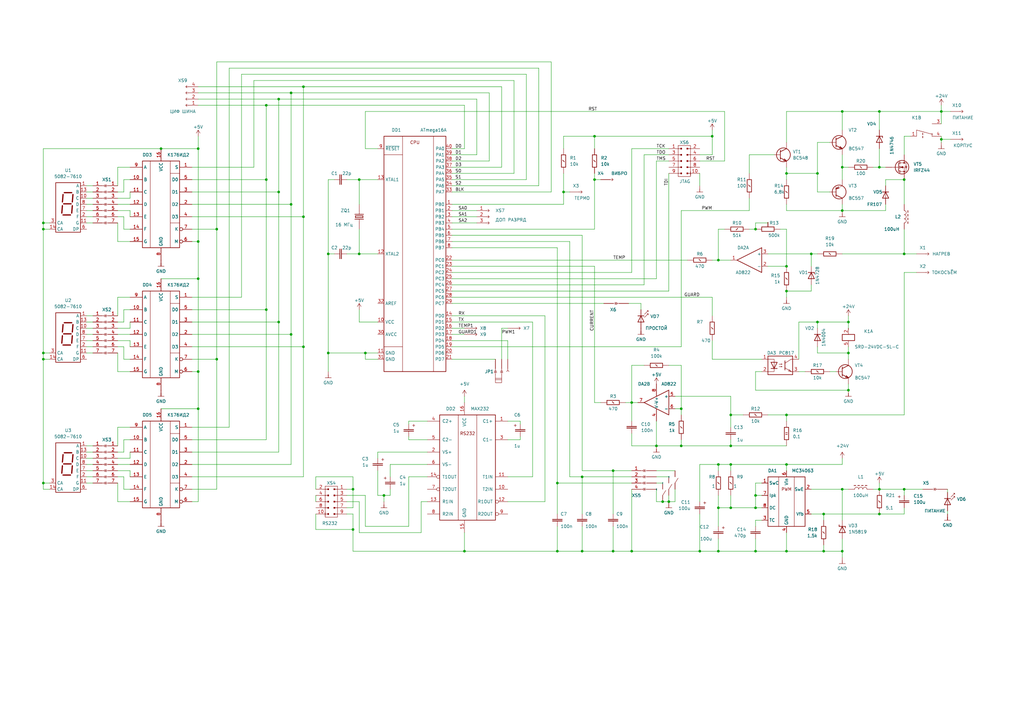
<source format=kicad_sch>
(kicad_sch (version 20230121) (generator eeschema)
  (paper "A3")
  (junction (at 322.58 71.12))
  (junction (at 360.68 45.72))
  (junction (at 322.58 190.5))
  (junction (at 370.84 200.66))
  (junction (at 322.58 109.22))
  (junction (at 287.02 226.06))
  (junction (at 360.68 210.82))
  (junction (at 337.82 210.82))
  (junction (at 294.64 106.68))
  (junction (at 228.6 226.06))
  (junction (at 147.32 73.66))
  (junction (at 157.48 203.2))
  (junction (at 335.28 71.12))
  (junction (at 238.76 226.06))
  (junction (at 345.44 68.58))
  (junction (at 17.78 198.12))
  (junction (at 309.88 208.28))
  (junction (at 228.6 198.12))
  (junction (at 17.78 91.44))
  (junction (at 309.88 93.98))
  (junction (at 119.38 137.16))
  (junction (at 299.72 208.28))
  (junction (at 335.28 132.08))
  (junction (at 279.4 182.88))
  (junction (at 231.14 78.74))
  (junction (at 119.38 83.82))
  (junction (at 386.08 57.15))
  (junction (at 294.64 208.28))
  (junction (at 124.46 88.9))
  (junction (at 147.32 104.14))
  (junction (at 347.98 160.02))
  (junction (at 66.04 60.96))
  (junction (at 271.78 205.74))
  (junction (at 114.3 132.08))
  (junction (at 17.78 147.32))
  (junction (at 309.88 226.06))
  (junction (at 109.22 127))
  (junction (at 322.58 170.18))
  (junction (at 269.24 182.88))
  (junction (at 345.44 45.72))
  (junction (at 81.28 167.64))
  (junction (at 114.3 40.64))
  (junction (at 347.98 132.08))
  (junction (at 337.82 226.06))
  (junction (at 345.44 226.06))
  (junction (at 81.28 60.96))
  (junction (at 134.62 144.78))
  (junction (at 190.5 226.06))
  (junction (at 88.9 147.32))
  (junction (at 292.1 55.88))
  (junction (at 251.46 193.04))
  (junction (at 259.08 165.1))
  (junction (at 345.44 200.66))
  (junction (at 134.62 104.14))
  (junction (at 274.32 205.74))
  (junction (at 243.84 73.66))
  (junction (at 124.46 142.24))
  (junction (at 322.58 226.06))
  (junction (at 114.3 78.74))
  (junction (at 144.78 200.66))
  (junction (at 124.46 35.56))
  (junction (at 345.44 86.36))
  (junction (at 370.84 104.14))
  (junction (at 360.68 200.66))
  (junction (at 17.78 144.78))
  (junction (at 360.68 68.58))
  (junction (at 144.78 217.17))
  (junction (at 322.58 119.38))
  (junction (at 294.64 190.5))
  (junction (at 294.64 226.06))
  (junction (at 309.88 203.2))
  (junction (at 279.4 167.64))
  (junction (at 386.08 45.72))
  (junction (at 299.72 182.88))
  (junction (at 347.98 144.78))
  (junction (at 243.84 55.88))
  (junction (at 149.86 144.78))
  (junction (at 251.46 226.06))
  (junction (at 259.08 226.06))
  (junction (at 81.28 99.06))
  (junction (at 238.76 195.58))
  (junction (at 17.78 93.98))
  (junction (at 370.84 73.66))
  (junction (at 88.9 93.98))
  (junction (at 299.72 190.5))
  (junction (at 119.38 38.1))
  (junction (at 81.28 152.4))
  (junction (at 109.22 43.18))
  (junction (at 81.28 114.3))
  (junction (at 109.22 73.66))
  (junction (at 299.72 170.18))
  (junction (at 332.74 104.14))
  (wire (pts (xy 294.64 208.28) (xy 294.64 215.9)))
  (wire (pts (xy 238.76 193.04) (xy 251.46 193.04)))
  (wire (pts (xy 172.72 205.74) (xy 172.72 218.44)))
  (wire (pts (xy 185.42 114.3) (xy 269.24 114.3)))
  (wire (pts (xy 119.38 38.1) (xy 119.38 83.82)))
  (wire (pts (xy 185.42 106.68) (xy 281.94 106.68)))
  (wire (pts (xy 345.44 104.14) (xy 370.84 104.14)))
  (wire (pts (xy 226.06 78.74) (xy 226.06 25.4)))
  (wire (pts (xy 309.88 208.28) (xy 312.42 208.28)))
  (wire (pts (xy 345.44 45.72) (xy 345.44 53.34)))
  (wire (pts (xy 78.74 205.74) (xy 81.28 205.74)))
  (wire (pts (xy 124.46 142.24) (xy 124.46 195.58)))
  (wire (pts (xy 109.22 43.18) (xy 109.22 73.66)))
  (wire (pts (xy 388.62 210.82) (xy 388.62 209.55)))
  (wire (pts (xy 322.58 93.98) (xy 322.58 109.22)))
  (wire (pts (xy 200.66 38.1) (xy 119.38 38.1)))
  (wire (pts (xy 363.22 83.82) (xy 363.22 86.36)))
  (wire (pts (xy 340.36 78.74) (xy 335.28 78.74)))
  (wire (pts (xy 274.32 119.38) (xy 274.32 71.12)))
  (wire (pts (xy 185.42 63.5) (xy 195.58 63.5)))
  (wire (pts (xy 345.44 68.58) (xy 345.44 73.66)))
  (wire (pts (xy 185.42 93.98) (xy 243.84 93.98)))
  (wire (pts (xy 175.26 185.42) (xy 154.94 185.42)))
  (wire (pts (xy 88.9 25.4) (xy 226.06 25.4)))
  (wire (pts (xy 269.24 172.72) (xy 269.24 182.88)))
  (wire (pts (xy 259.08 60.96) (xy 274.32 60.96)))
  (wire (pts (xy 274.32 63.5) (xy 264.16 63.5)))
  (wire (pts (xy 185.42 119.38) (xy 274.32 119.38)))
  (wire (pts (xy 228.6 101.6) (xy 228.6 198.12)))
  (wire (pts (xy 119.38 137.16) (xy 119.38 190.5)))
  (wire (pts (xy 167.64 195.58) (xy 167.64 215.9)))
  (wire (pts (xy 185.42 121.92) (xy 292.1 121.92)))
  (wire (pts (xy 220.98 27.94) (xy 93.98 27.94)))
  (wire (pts (xy 370.84 111.76) (xy 370.84 170.18)))
  (wire (pts (xy 142.24 205.74) (xy 147.32 205.74)))
  (wire (pts (xy 114.3 78.74) (xy 78.74 78.74)))
  (wire (pts (xy 17.78 93.98) (xy 17.78 144.78)))
  (wire (pts (xy 48.26 132.08) (xy 50.8 132.08)))
  (wire (pts (xy 185.42 101.6) (xy 228.6 101.6)))
  (wire (pts (xy 205.74 35.56) (xy 124.46 35.56)))
  (wire (pts (xy 299.72 190.5) (xy 299.72 193.04)))
  (wire (pts (xy 370.84 73.66) (xy 363.22 73.66)))
  (wire (pts (xy 48.26 134.62) (xy 53.34 134.62)))
  (wire (pts (xy 109.22 73.66) (xy 109.22 127)))
  (wire (pts (xy 53.34 185.42) (xy 53.34 187.96)))
  (wire (pts (xy 88.9 93.98) (xy 78.74 93.98)))
  (wire (pts (xy 347.98 144.78) (xy 347.98 147.32)))
  (wire (pts (xy 190.5 60.96) (xy 190.5 43.18)))
  (wire (pts (xy 269.24 195.58) (xy 274.32 195.58)))
  (wire (pts (xy 160.02 203.2) (xy 157.48 203.2)))
  (wire (pts (xy 205.74 147.32) (xy 205.74 134.62)))
  (wire (pts (xy 185.42 76.2) (xy 220.98 76.2)))
  (wire (pts (xy 185.42 111.76) (xy 259.08 111.76)))
  (wire (pts (xy 17.78 200.66) (xy 20.32 200.66)))
  (wire (pts (xy 104.14 68.58) (xy 78.74 68.58)))
  (wire (pts (xy 345.44 226.06) (xy 337.82 226.06)))
  (wire (pts (xy 243.84 55.88) (xy 292.1 55.88)))
  (wire (pts (xy 17.78 60.96) (xy 17.78 91.44)))
  (wire (pts (xy 81.28 167.64) (xy 81.28 205.74)))
  (wire (pts (xy 48.26 68.58) (xy 48.26 76.2)))
  (wire (pts (xy 48.26 175.26) (xy 48.26 182.88)))
  (wire (pts (xy 185.42 109.22) (xy 243.84 109.22)))
  (wire (pts (xy 48.26 144.78) (xy 48.26 152.4)))
  (wire (pts (xy 208.28 195.58) (xy 218.44 195.58)))
  (wire (pts (xy 167.64 215.9) (xy 149.86 215.9)))
  (wire (pts (xy 269.24 205.74) (xy 271.78 205.74)))
  (wire (pts (xy 332.74 210.82) (xy 337.82 210.82)))
  (wire (pts (xy 332.74 119.38) (xy 322.58 119.38)))
  (wire (pts (xy 287.02 63.5) (xy 292.1 63.5)))
  (wire (pts (xy 48.26 137.16) (xy 53.34 137.16)))
  (wire (pts (xy 50.8 195.58) (xy 50.8 200.66)))
  (wire (pts (xy 335.28 132.08) (xy 347.98 132.08)))
  (wire (pts (xy 233.68 195.58) (xy 238.76 195.58)))
  (wire (pts (xy 48.26 152.4) (xy 53.34 152.4)))
  (wire (pts (xy 185.42 99.06) (xy 233.68 99.06)))
  (wire (pts (xy 309.88 215.9) (xy 309.88 213.36)))
  (wire (pts (xy 124.46 88.9) (xy 124.46 142.24)))
  (wire (pts (xy 231.14 83.82) (xy 185.42 83.82)))
  (wire (pts (xy 238.76 215.9) (xy 238.76 226.06)))
  (wire (pts (xy 93.98 175.26) (xy 78.74 175.26)))
  (wire (pts (xy 149.86 203.2) (xy 142.24 203.2)))
  (wire (pts (xy 134.62 104.14) (xy 137.16 104.14)))
  (wire (pts (xy 299.72 190.5) (xy 322.58 190.5)))
  (wire (pts (xy 347.98 132.08) (xy 347.98 134.62)))
  (wire (pts (xy 327.66 147.32) (xy 327.66 132.08)))
  (wire (pts (xy 66.04 60.96) (xy 81.28 60.96)))
  (wire (pts (xy 279.4 182.88) (xy 299.72 182.88)))
  (wire (pts (xy 129.54 195.58) (xy 144.78 195.58)))
  (wire (pts (xy 251.46 215.9) (xy 251.46 226.06)))
  (wire (pts (xy 345.44 220.98) (xy 345.44 226.06)))
  (wire (pts (xy 50.8 73.66) (xy 50.8 78.74)))
  (wire (pts (xy 345.44 187.96) (xy 345.44 190.5)))
  (wire (pts (xy 78.74 180.34) (xy 109.22 180.34)))
  (wire (pts (xy 35.56 142.24) (xy 38.1 142.24)))
  (wire (pts (xy 48.26 193.04) (xy 53.34 193.04)))
  (wire (pts (xy 66.04 114.3) (xy 81.28 114.3)))
  (wire (pts (xy 299.72 170.18) (xy 299.72 162.56)))
  (wire (pts (xy 124.46 35.56) (xy 124.46 88.9)))
  (wire (pts (xy 142.24 200.66) (xy 144.78 200.66)))
  (wire (pts (xy 238.76 226.06) (xy 251.46 226.06)))
  (wire (pts (xy 299.72 180.34) (xy 299.72 182.88)))
  (wire (pts (xy 370.84 208.28) (xy 370.84 210.82)))
  (wire (pts (xy 297.18 45.72) (xy 149.86 45.72)))
  (wire (pts (xy 144.78 226.06) (xy 190.5 226.06)))
  (wire (pts (xy 142.24 208.28) (xy 144.78 208.28)))
  (wire (pts (xy 190.5 60.96) (xy 185.42 60.96)))
  (wire (pts (xy 238.76 96.52) (xy 238.76 193.04)))
  (wire (pts (xy 243.84 55.88) (xy 243.84 60.96)))
  (wire (pts (xy 48.26 121.92) (xy 48.26 129.54)))
  (wire (pts (xy 48.26 99.06) (xy 53.34 99.06)))
  (wire (pts (xy 48.26 142.24) (xy 50.8 142.24)))
  (wire (pts (xy 370.84 55.88) (xy 373.38 55.88)))
  (wire (pts (xy 114.3 132.08) (xy 114.3 185.42)))
  (wire (pts (xy 190.5 137.16) (xy 185.42 137.16)))
  (wire (pts (xy 370.84 210.82) (xy 360.68 210.82)))
  (wire (pts (xy 259.08 165.1) (xy 259.08 172.72)))
  (wire (pts (xy 294.64 93.98) (xy 294.64 106.68)))
  (wire (pts (xy 360.68 198.12) (xy 360.68 200.66)))
  (wire (pts (xy 144.78 195.58) (xy 144.78 200.66)))
  (wire (pts (xy 35.56 78.74) (xy 38.1 78.74)))
  (wire (pts (xy 35.56 137.16) (xy 38.1 137.16)))
  (wire (pts (xy 154.94 185.42) (xy 154.94 187.96)))
  (wire (pts (xy 309.88 198.12) (xy 312.42 198.12)))
  (wire (pts (xy 17.78 93.98) (xy 20.32 93.98)))
  (wire (pts (xy 175.26 172.72) (xy 167.64 172.72)))
  (wire (pts (xy 297.18 66.04) (xy 297.18 45.72)))
  (wire (pts (xy 345.44 200.66) (xy 332.74 200.66)))
  (wire (pts (xy 17.78 147.32) (xy 17.78 198.12)))
  (wire (pts (xy 185.42 134.62) (xy 190.5 134.62)))
  (wire (pts (xy 360.68 68.58) (xy 363.22 68.58)))
  (wire (pts (xy 81.28 38.1) (xy 119.38 38.1)))
  (wire (pts (xy 335.28 132.08) (xy 335.28 134.62)))
  (wire (pts (xy 81.28 40.64) (xy 114.3 40.64)))
  (wire (pts (xy 35.56 86.36) (xy 38.1 86.36)))
  (wire (pts (xy 35.56 81.28) (xy 38.1 81.28)))
  (wire (pts (xy 335.28 78.74) (xy 335.28 71.12)))
  (wire (pts (xy 144.78 210.82) (xy 142.24 210.82)))
  (wire (pts (xy 190.5 226.06) (xy 228.6 226.06)))
  (wire (pts (xy 160.02 190.5) (xy 175.26 190.5)))
  (wire (pts (xy 190.5 162.56) (xy 190.5 165.1)))
  (wire (pts (xy 332.74 104.14) (xy 314.96 104.14)))
  (wire (pts (xy 386.08 57.15) (xy 389.89 57.15)))
  (wire (pts (xy 345.44 68.58) (xy 347.98 68.58)))
  (wire (pts (xy 81.28 114.3) (xy 81.28 152.4)))
  (wire (pts (xy 195.58 88.9) (xy 185.42 88.9)))
  (wire (pts (xy 309.88 91.44) (xy 309.88 93.98)))
  (wire (pts (xy 294.64 208.28) (xy 299.72 208.28)))
  (wire (pts (xy 17.78 147.32) (xy 20.32 147.32)))
  (wire (pts (xy 50.8 93.98) (xy 53.34 93.98)))
  (wire (pts (xy 114.3 78.74) (xy 114.3 132.08)))
  (wire (pts (xy 53.34 180.34) (xy 50.8 180.34)))
  (wire (pts (xy 345.44 86.36) (xy 345.44 83.82)))
  (wire (pts (xy 386.08 57.15) (xy 386.08 58.42)))
  (wire (pts (xy 35.56 134.62) (xy 38.1 134.62)))
  (wire (pts (xy 243.84 73.66) (xy 243.84 71.12)))
  (wire (pts (xy 251.46 226.06) (xy 259.08 226.06)))
  (wire (pts (xy 17.78 198.12) (xy 17.78 200.66)))
  (wire (pts (xy 129.54 217.17) (xy 144.78 217.17)))
  (wire (pts (xy 274.32 149.86) (xy 279.4 149.86)))
  (wire (pts (xy 157.48 203.2) (xy 157.48 205.74)))
  (wire (pts (xy 332.74 116.84) (xy 332.74 119.38)))
  (wire (pts (xy 48.26 185.42) (xy 50.8 185.42)))
  (wire (pts (xy 309.88 213.36) (xy 312.42 213.36)))
  (wire (pts (xy 370.84 73.66) (xy 370.84 83.82)))
  (wire (pts (xy 104.14 33.02) (xy 104.14 68.58)))
  (wire (pts (xy 370.84 63.5) (xy 370.84 55.88)))
  (wire (pts (xy 81.28 99.06) (xy 78.74 99.06)))
  (wire (pts (xy 53.34 127) (xy 50.8 127)))
  (wire (pts (xy 213.36 179.07) (xy 213.36 180.34)))
  (wire (pts (xy 81.28 55.88) (xy 81.28 60.96)))
  (wire (pts (xy 17.78 91.44) (xy 17.78 93.98)))
  (wire (pts (xy 114.3 40.64) (xy 195.58 40.64)))
  (wire (pts (xy 347.98 160.02) (xy 347.98 157.48)))
  (wire (pts (xy 287.02 66.04) (xy 297.18 66.04)))
  (wire (pts (xy 160.02 195.58) (xy 160.02 190.5)))
  (wire (pts (xy 218.44 195.58) (xy 218.44 132.08)))
  (wire (pts (xy 269.24 66.04) (xy 274.32 66.04)))
  (wire (pts (xy 264.16 63.5) (xy 264.16 116.84)))
  (wire (pts (xy 195.58 86.36) (xy 185.42 86.36)))
  (wire (pts (xy 190.5 43.18) (xy 109.22 43.18)))
  (wire (pts (xy 210.82 33.02) (xy 104.14 33.02)))
  (wire (pts (xy 287.02 205.74) (xy 287.02 190.5)))
  (wire (pts (xy 134.62 144.78) (xy 149.86 144.78)))
  (wire (pts (xy 48.26 78.74) (xy 50.8 78.74)))
  (wire (pts (xy 81.28 60.96) (xy 81.28 99.06)))
  (wire (pts (xy 322.58 109.22) (xy 314.96 109.22)))
  (wire (pts (xy 144.78 210.82) (xy 144.78 217.17)))
  (wire (pts (xy 294.64 106.68) (xy 299.72 106.68)))
  (wire (pts (xy 157.48 203.2) (xy 154.94 203.2)))
  (wire (pts (xy 53.34 139.7) (xy 53.34 142.24)))
  (wire (pts (xy 53.34 86.36) (xy 53.34 88.9)))
  (wire (pts (xy 375.92 111.76) (xy 370.84 111.76)))
  (wire (pts (xy 332.74 104.14) (xy 335.28 104.14)))
  (wire (pts (xy 294.64 220.98) (xy 294.64 226.06)))
  (wire (pts (xy 279.4 182.88) (xy 279.4 180.34)))
  (wire (pts (xy 335.28 58.42) (xy 335.28 71.12)))
  (wire (pts (xy 274.32 203.2) (xy 274.32 205.74)))
  (wire (pts (xy 269.24 182.88) (xy 279.4 182.88)))
  (wire (pts (xy 220.98 76.2) (xy 220.98 27.94)))
  (wire (pts (xy 154.94 147.32) (xy 149.86 147.32)))
  (wire (pts (xy 134.62 73.66) (xy 134.62 104.14)))
  (wire (pts (xy 48.26 139.7) (xy 53.34 139.7)))
  (wire (pts (xy 213.36 172.72) (xy 213.36 173.99)))
  (wire (pts (xy 274.32 205.74) (xy 271.78 205.74)))
  (wire (pts (xy 259.08 111.76) (xy 259.08 60.96)))
  (wire (pts (xy 238.76 195.58) (xy 238.76 210.82)))
  (wire (pts (xy 213.36 180.34) (xy 208.28 180.34)))
  (wire (pts (xy 35.56 193.04) (xy 38.1 193.04)))
  (wire (pts (xy 345.44 200.66) (xy 347.98 200.66)))
  (wire (pts (xy 50.8 180.34) (xy 50.8 185.42)))
  (wire (pts (xy 243.84 73.66) (xy 243.84 93.98)))
  (wire (pts (xy 322.58 83.82) (xy 322.58 86.36)))
  (wire (pts (xy 297.18 93.98) (xy 294.64 93.98)))
  (wire (pts (xy 35.56 182.88) (xy 38.1 182.88)))
  (wire (pts (xy 137.16 73.66) (xy 134.62 73.66)))
  (wire (pts (xy 309.88 203.2) (xy 309.88 208.28)))
  (wire (pts (xy 114.3 40.64) (xy 114.3 78.74)))
  (wire (pts (xy 279.4 86.36) (xy 307.34 86.36)))
  (wire (pts (xy 185.42 147.32) (xy 203.2 147.32)))
  (wire (pts (xy 309.88 152.4) (xy 309.88 160.02)))
  (wire (pts (xy 259.08 226.06) (xy 287.02 226.06)))
  (wire (pts (xy 205.74 68.58) (xy 205.74 35.56)))
  (wire (pts (xy 149.86 45.72) (xy 149.86 60.96)))
  (wire (pts (xy 35.56 83.82) (xy 38.1 83.82)))
  (wire (pts (xy 78.74 200.66) (xy 88.9 200.66)))
  (wire (pts (xy 358.14 200.66) (xy 360.68 200.66)))
  (wire (pts (xy 312.42 203.2) (xy 309.88 203.2)))
  (wire (pts (xy 48.26 187.96) (xy 53.34 187.96)))
  (wire (pts (xy 386.08 50.8) (xy 386.08 45.72)))
  (wire (pts (xy 276.86 205.74) (xy 274.32 205.74)))
  (wire (pts (xy 35.56 91.44) (xy 38.1 91.44)))
  (wire (pts (xy 215.9 30.48) (xy 99.06 30.48)))
  (wire (pts (xy 238.76 195.58) (xy 259.08 195.58)))
  (wire (pts (xy 388.62 201.93) (xy 388.62 200.66)))
  (wire (pts (xy 247.65 124.46) (xy 185.42 124.46)))
  (wire (pts (xy 149.86 60.96) (xy 154.94 60.96)))
  (wire (pts (xy 243.84 73.66) (xy 246.38 73.66)))
  (wire (pts (xy 309.88 93.98) (xy 307.34 93.98)))
  (wire (pts (xy 17.78 198.12) (xy 20.32 198.12)))
  (wire (pts (xy 78.74 132.08) (xy 114.3 132.08)))
  (wire (pts (xy 370.84 200.66) (xy 378.46 200.66)))
  (wire (pts (xy 147.32 205.74) (xy 147.32 218.44)))
  (wire (pts (xy 223.52 129.54) (xy 185.42 129.54)))
  (wire (pts (xy 175.26 195.58) (xy 167.64 195.58)))
  (wire (pts (xy 337.82 210.82) (xy 337.82 213.36)))
  (wire (pts (xy 215.9 73.66) (xy 215.9 30.48)))
  (wire (pts (xy 360.68 68.58) (xy 358.14 68.58)))
  (wire (pts (xy 35.56 88.9) (xy 38.1 88.9)))
  (wire (pts (xy 50.8 127) (xy 50.8 132.08)))
  (wire (pts (xy 147.32 132.08) (xy 147.32 127)))
  (wire (pts (xy 294.64 203.2) (xy 294.64 208.28)))
  (wire (pts (xy 279.4 167.64) (xy 276.86 167.64)))
  (wire (pts (xy 172.72 218.44) (xy 147.32 218.44)))
  (wire (pts (xy 299.72 203.2) (xy 299.72 208.28)))
  (wire (pts (xy 208.28 172.72) (xy 213.36 172.72)))
  (wire (pts (xy 243.84 109.22) (xy 243.84 165.1)))
  (wire (pts (xy 17.78 144.78) (xy 17.78 147.32)))
  (wire (pts (xy 327.66 132.08) (xy 335.28 132.08)))
  (wire (pts (xy 259.08 149.86) (xy 259.08 165.1)))
  (wire (pts (xy 147.32 73.66) (xy 154.94 73.66)))
  (wire (pts (xy 53.34 68.58) (xy 48.26 68.58)))
  (wire (pts (xy 251.46 193.04) (xy 251.46 210.82)))
  (wire (pts (xy 322.58 73.66) (xy 322.58 71.12)))
  (wire (pts (xy 345.44 213.36) (xy 345.44 200.66)))
  (wire (pts (xy 337.82 223.52) (xy 337.82 226.06)))
  (wire (pts (xy 269.24 198.12) (xy 271.78 198.12)))
  (wire (pts (xy 88.9 147.32) (xy 88.9 93.98)))
  (wire (pts (xy 129.54 200.66) (xy 129.54 195.58)))
  (wire (pts (xy 360.68 200.66) (xy 370.84 200.66)))
  (wire (pts (xy 208.28 139.7) (xy 208.28 147.32)))
  (wire (pts (xy 134.62 144.78) (xy 134.62 152.4)))
  (wire (pts (xy 264.16 149.86) (xy 259.08 149.86)))
  (wire (pts (xy 17.78 144.78) (xy 20.32 144.78)))
  (wire (pts (xy 259.08 200.66) (xy 259.08 226.06)))
  (wire (pts (xy 210.82 71.12) (xy 210.82 33.02)))
  (wire (pts (xy 48.26 190.5) (xy 53.34 190.5)))
  (wire (pts (xy 195.58 63.5) (xy 195.58 40.64)))
  (wire (pts (xy 322.58 193.04) (xy 322.58 190.5)))
  (wire (pts (xy 322.58 71.12) (xy 335.28 71.12)))
  (wire (pts (xy 257.81 124.46) (xy 262.89 124.46)))
  (wire (pts (xy 109.22 73.66) (xy 78.74 73.66)))
  (wire (pts (xy 294.64 193.04) (xy 294.64 190.5)))
  (wire (pts (xy 322.58 71.12) (xy 322.58 68.58)))
  (wire (pts (xy 154.94 203.2) (xy 154.94 193.04)))
  (wire (pts (xy 149.86 147.32) (xy 149.86 144.78)))
  (wire (pts (xy 53.34 78.74) (xy 53.34 81.28)))
  (wire (pts (xy 218.44 132.08) (xy 185.42 132.08)))
  (wire (pts (xy 142.24 104.14) (xy 147.32 104.14)))
  (wire (pts (xy 279.4 167.64) (xy 279.4 170.18)))
  (wire (pts (xy 78.74 190.5) (xy 119.38 190.5)))
  (wire (pts (xy 78.74 127) (xy 109.22 127)))
  (wire (pts (xy 269.24 114.3) (xy 269.24 66.04)))
  (wire (pts (xy 307.34 71.12) (xy 307.34 63.5)))
  (wire (pts (xy 292.1 106.68) (xy 294.64 106.68)))
  (wire (pts (xy 149.86 215.9) (xy 149.86 203.2)))
  (wire (pts (xy 99.06 30.48) (xy 99.06 121.92)))
  (wire (pts (xy 81.28 152.4) (xy 78.74 152.4)))
  (wire (pts (xy 81.28 152.4) (xy 81.28 167.64)))
  (wire (pts (xy 360.68 60.96) (xy 360.68 68.58)))
  (wire (pts (xy 322.58 45.72) (xy 322.58 58.42)))
  (wire (pts (xy 50.8 142.24) (xy 50.8 147.32)))
  (wire (pts (xy 322.58 218.44) (xy 322.58 226.06)))
  (wire (pts (xy 149.86 144.78) (xy 154.94 144.78)))
  (wire (pts (xy 35.56 187.96) (xy 38.1 187.96)))
  (wire (pts (xy 200.66 66.04) (xy 200.66 38.1)))
  (wire (pts (xy 109.22 127) (xy 109.22 180.34)))
  (wire (pts (xy 309.88 160.02) (xy 347.98 160.02)))
  (wire (pts (xy 195.58 91.44) (xy 185.42 91.44)))
  (wire (pts (xy 259.08 182.88) (xy 269.24 182.88)))
  (wire (pts (xy 147.32 73.66) (xy 147.32 83.82)))
  (wire (pts (xy 287.02 190.5) (xy 294.64 190.5)))
  (wire (pts (xy 66.04 167.64) (xy 81.28 167.64)))
  (wire (pts (xy 48.26 198.12) (xy 48.26 205.74)))
  (wire (pts (xy 259.08 165.1) (xy 261.62 165.1)))
  (wire (pts (xy 370.84 200.66) (xy 370.84 203.2)))
  (wire (pts (xy 208.28 205.74) (xy 223.52 205.74)))
  (wire (pts (xy 88.9 200.66) (xy 88.9 147.32)))
  (wire (pts (xy 243.84 165.1) (xy 246.38 165.1)))
  (wire (pts (xy 78.74 185.42) (xy 114.3 185.42)))
  (wire (pts (xy 360.68 53.34) (xy 360.68 45.72)))
  (wire (pts (xy 48.26 195.58) (xy 50.8 195.58)))
  (wire (pts (xy 78.74 142.24) (xy 124.46 142.24)))
  (wire (pts (xy 276.86 162.56) (xy 299.72 162.56)))
  (wire (pts (xy 48.26 86.36) (xy 53.34 86.36)))
  (wire (pts (xy 78.74 147.32) (xy 88.9 147.32)))
  (wire (pts (xy 360.68 45.72) (xy 345.44 45.72)))
  (wire (pts (xy 185.42 142.24) (xy 279.4 142.24)))
  (wire (pts (xy 48.26 205.74) (xy 53.34 205.74)))
  (wire (pts (xy 35.56 185.42) (xy 38.1 185.42)))
  (wire (pts (xy 35.56 195.58) (xy 38.1 195.58)))
  (wire (pts (xy 223.52 205.74) (xy 223.52 129.54)))
  (wire (pts (xy 48.26 83.82) (xy 53.34 83.82)))
  (wire (pts (xy 78.74 195.58) (xy 124.46 195.58)))
  (wire (pts (xy 269.24 193.04) (xy 276.86 193.04)))
  (wire (pts (xy 269.24 200.66) (xy 269.24 205.74)))
  (wire (pts (xy 256.54 165.1) (xy 259.08 165.1)))
  (wire (pts (xy 160.02 200.66) (xy 160.02 203.2)))
  (wire (pts (xy 78.74 88.9) (xy 124.46 88.9)))
  (wire (pts (xy 185.42 96.52) (xy 238.76 96.52)))
  (wire (pts (xy 228.6 215.9) (xy 228.6 226.06)))
  (wire (pts (xy 345.44 226.06) (xy 345.44 228.6)))
  (wire (pts (xy 17.78 91.44) (xy 20.32 91.44)))
  (wire (pts (xy 53.34 132.08) (xy 53.34 134.62)))
  (wire (pts (xy 276.86 200.66) (xy 276.86 205.74)))
  (wire (pts (xy 53.34 175.26) (xy 48.26 175.26)))
  (wire (pts (xy 50.8 200.66) (xy 53.34 200.66)))
  (wire (pts (xy 299.72 170.18) (xy 304.8 170.18)))
  (wire (pts (xy 309.88 220.98) (xy 309.88 226.06)))
  (wire (pts (xy 231.14 55.88) (xy 231.14 60.96)))
  (wire (pts (xy 119.38 83.82) (xy 119.38 137.16)))
  (wire (pts (xy 386.08 45.72) (xy 360.68 45.72)))
  (wire (pts (xy 167.64 172.72) (xy 167.64 173.99)))
  (wire (pts (xy 347.98 142.24) (xy 347.98 144.78)))
  (wire (pts (xy 307.34 63.5) (xy 317.5 63.5)))
  (wire (pts (xy 332.74 109.22) (xy 332.74 104.14)))
  (wire (pts (xy 320.04 93.98) (xy 322.58 93.98)))
  (wire (pts (xy 129.54 203.2) (xy 129.54 205.74)))
  (wire (pts (xy 231.14 71.12) (xy 231.14 78.74)))
  (wire (pts (xy 322.58 170.18) (xy 314.96 170.18)))
  (wire (pts (xy 299.72 175.26) (xy 299.72 170.18)))
  (wire (pts (xy 231.14 78.74) (xy 231.14 83.82)))
  (wire (pts (xy 335.28 144.78) (xy 347.98 144.78)))
  (wire (pts (xy 335.28 58.42) (xy 340.36 58.42)))
  (wire (pts (xy 35.56 144.78) (xy 38.1 144.78)))
  (wire (pts (xy 228.6 198.12) (xy 228.6 210.82)))
  (wire (pts (xy 314.96 91.44) (xy 309.88 91.44)))
  (wire (pts (xy 345.44 63.5) (xy 345.44 68.58)))
  (wire (pts (xy 185.42 68.58) (xy 205.74 68.58)))
  (wire (pts (xy 345.44 190.5) (xy 322.58 190.5)))
  (wire (pts (xy 119.38 83.82) (xy 78.74 83.82)))
  (wire (pts (xy 48.26 91.44) (xy 48.26 99.06)))
  (wire (pts (xy 279.4 149.86) (xy 279.4 167.64)))
  (wire (pts (xy 386.08 55.88) (xy 386.08 57.15)))
  (wire (pts (xy 185.42 66.04) (xy 200.66 66.04)))
  (wire (pts (xy 50.8 147.32) (xy 53.34 147.32)))
  (wire (pts (xy 48.26 88.9) (xy 50.8 88.9)))
  (wire (pts (xy 35.56 129.54) (xy 38.1 129.54)))
  (wire (pts (xy 292.1 147.32) (xy 312.42 147.32)))
  (wire (pts (xy 363.22 73.66) (xy 363.22 76.2)))
  (wire (pts (xy 142.24 73.66) (xy 147.32 73.66)))
  (wire (pts (xy 299.72 182.88) (xy 322.58 182.88)))
  (wire (pts (xy 53.34 73.66) (xy 50.8 73.66)))
  (wire (pts (xy 322.58 119.38) (xy 322.58 121.92)))
  (wire (pts (xy 35.56 198.12) (xy 38.1 198.12)))
  (wire (pts (xy 35.56 132.08) (xy 38.1 132.08)))
  (wire (pts (xy 370.84 104.14) (xy 375.92 104.14)))
  (wire (pts (xy 345.44 86.36) (xy 363.22 86.36)))
  (wire (pts (xy 340.36 152.4) (xy 342.9 152.4)))
  (wire (pts (xy 147.32 104.14) (xy 154.94 104.14)))
  (wire (pts (xy 287.02 226.06) (xy 294.64 226.06)))
  (wire (pts (xy 185.42 73.66) (xy 215.9 73.66)))
  (wire (pts (xy 292.1 63.5) (xy 292.1 55.88)))
  (wire (pts (xy 175.26 205.74) (xy 172.72 205.74)))
  (wire (pts (xy 167.64 180.34) (xy 167.64 179.07)))
  (wire (pts (xy 287.02 210.82) (xy 287.02 226.06)))
  (wire (pts (xy 53.34 121.92) (xy 48.26 121.92)))
  (wire (pts (xy 185.42 78.74) (xy 226.06 78.74)))
  (wire (pts (xy 294.64 226.06) (xy 309.88 226.06)))
  (wire (pts (xy 154.94 132.08) (xy 147.32 132.08)))
  (wire (pts (xy 231.14 55.88) (xy 243.84 55.88)))
  (wire (pts (xy 251.46 193.04) (xy 259.08 193.04)))
  (wire (pts (xy 231.14 78.74) (xy 233.68 78.74)))
  (wire (pts (xy 292.1 139.7) (xy 292.1 147.32)))
  (wire (pts (xy 327.66 152.4) (xy 330.2 152.4)))
  (wire (pts (xy 88.9 25.4) (xy 88.9 93.98)))
  (wire (pts (xy 337.82 210.82) (xy 360.68 210.82)))
  (wire (pts (xy 287.02 71.12) (xy 287.02 76.2)))
  (wire (pts (xy 205.74 134.62) (xy 208.28 134.62)))
  (wire (pts (xy 294.64 190.5) (xy 299.72 190.5)))
  (wire (pts (xy 50.8 88.9) (xy 50.8 93.98)))
  (wire (pts (xy 53.34 193.04) (xy 53.34 195.58)))
  (wire (pts (xy 190.5 226.06) (xy 190.5 218.44)))
  (wire (pts (xy 35.56 139.7) (xy 38.1 139.7)))
  (wire (pts (xy 78.74 137.16) (xy 119.38 137.16)))
  (wire (pts (xy 228.6 198.12) (xy 259.08 198.12)))
  (wire (pts (xy 66.04 60.96) (xy 17.78 60.96)))
  (wire (pts (xy 259.08 177.8) (xy 259.08 182.88)))
  (wire (pts (xy 185.42 139.7) (xy 208.28 139.7)))
  (wire (pts (xy 309.88 152.4) (xy 312.42 152.4)))
  (wire (pts (xy 307.34 81.28) (xy 307.34 86.36)))
  (wire (pts (xy 185.42 71.12) (xy 210.82 71.12)))
  (wire (pts (xy 147.32 93.98) (xy 147.32 104.14)))
  (wire (pts (xy 81.28 99.06) (xy 81.28 114.3)))
  (wire (pts (xy 262.89 124.46) (xy 262.89 127)))
  (wire (pts (xy 144.78 217.17) (xy 144.78 226.06)))
  (wire (pts (xy 299.72 208.28) (xy 309.88 208.28)))
  (wire (pts (xy 175.26 180.34) (xy 167.64 180.34)))
  (wire (pts (xy 279.4 86.36) (xy 279.4 142.24)))
  (wire (pts (xy 322.58 45.72) (xy 345.44 45.72)))
  (wire (pts (xy 264.16 116.84) (xy 185.42 116.84)))
  (wire (pts (xy 309.88 203.2) (xy 309.88 198.12)))
  (wire (pts (xy 292.1 121.92) (xy 292.1 129.54)))
  (wire (pts (xy 322.58 226.06) (xy 337.82 226.06)))
  (wire (pts (xy 322.58 172.72) (xy 322.58 170.18)))
  (wire (pts (xy 144.78 200.66) (xy 144.78 208.28)))
  (wire (pts (xy 309.88 226.06) (xy 322.58 226.06)))
  (wire (pts (xy 228.6 226.06) (xy 238.76 226.06)))
  (wire (pts (xy 370.84 93.98) (xy 370.84 104.14)))
  (wire (pts (xy 93.98 27.94) (xy 93.98 175.26)))
  (wire (pts (xy 292.1 53.34) (xy 292.1 55.88)))
  (wire (pts (xy 386.08 43.18) (xy 386.08 45.72)))
  (wire (pts (xy 134.62 104.14) (xy 134.62 144.78)))
  (wire (pts (xy 233.68 99.06) (xy 233.68 195.58)))
  (wire (pts (xy 129.54 210.82) (xy 129.54 217.17)))
  (wire (pts (xy 386.08 45.72) (xy 389.89 45.72)))
  (wire (pts (xy 81.28 35.56) (xy 124.46 35.56)))
  (wire (pts (xy 322.58 170.18) (xy 370.84 170.18)))
  (wire (pts (xy 335.28 142.24) (xy 335.28 144.78)))
  (wire (pts (xy 35.56 76.2) (xy 38.1 76.2)))
  (wire (pts (xy 48.26 81.28) (xy 53.34 81.28)))
  (wire (pts (xy 99.06 121.92) (xy 78.74 121.92)))
  (wire (pts (xy 81.28 43.18) (xy 109.22 43.18)))
  (wire (pts (xy 347.98 129.54) (xy 347.98 132.08)))
  (wire (pts (xy 322.58 86.36) (xy 345.44 86.36)))
  (wire (pts (xy 35.56 190.5) (xy 38.1 190.5)))
  (label "D3" (at 186.69 68.58 0))
  (label "RX" (at 187.96 129.54 0))
  (label "S0" (at 186.69 71.12 0))
  (label "PWM1" (at 205.74 137.16 0))
  (label "TX" (at 187.96 132.08 0))
  (label "S1" (at 186.69 73.66 0))
  (label "BLK" (at 186.69 78.74 0))
  (label "GUARD1" (at 187.96 137.16 0))
  (label "SA1" (at 187.96 88.9 0))
  (label "TDI" (at 274.32 76.2 90))
  (label "SA2" (at 187.96 91.44 0))
  (label "D2" (at 186.69 66.04 0))
  (label "CURRENT" (at 243.84 127 270))
  (label "PWM" (at 292.1 86.36 180))
  (label "GUARD" (at 287.02 121.92 180))
  (label "D0" (at 186.69 60.96 0))
  (label "SA0" (at 187.96 86.36 0))
  (label "RST" (at 289.56 66.04 0))
  (label "TMS" (at 269.24 66.04 0))
  (label "TEMP1" (at 187.96 134.62 0))
  (label "TDO" (at 269.24 63.5 0))
  (label "S2" (at 186.69 76.2 0))
  (label "RST" (at 241.3 45.72 0))
  (label "TCK" (at 269.24 60.96 0))
  (label "D1" (at 186.69 63.5 0))
  (label "TEMP" (at 251.46 106.68 0))
  (symbol (lib_id "Segment:5082-7610") (at 27.94 190.5 0) (unit 1) (in_bom no) (on_board no)
    (property "Reference" "U3" (at 27.94 176.53 0))
    (property "Value" "5082-7610" (at 27.94 179.07 0))
    (property "Footprint" "Display_7Segment:D1X8K" (effects hide))
    (property "Sim.Enable" "0" (effects hide))
  )
  (symbol (lib_id "Switches:switch") (at 276.86 195.58 270) (mirror x) (unit 1) (in_bom no) (on_board no)
    (property "Reference" "S3" (effects hide))
    (property "Value" "~" (at 274.32 195.58 0))
  )
  (symbol (lib_id "Switches:switch") (at 271.78 200.66 270) (mirror x) (unit 1) (in_bom no) (on_board no)
    (property "Reference" "S1" (effects hide))
    (property "Value" "~" (at 269.24 200.66 0))
  )
  (symbol (lib_name "5082-7610_2") (lib_id "Segment:5082-7610") (at 27.94 137.16 0) (unit 1) (in_bom no) (on_board no)
    (property "Reference" "U2" (at 27.94 123.19 0))
    (property "Value" "5082-7610" (at 27.94 125.73 0))
    (property "Footprint" "Display_7Segment:D1X8K" (effects hide))
    (property "Sim.Enable" "0" (effects hide))
  )
  (symbol (lib_id "Capacitors Y5V:100nf") (at 259.08 175.26 0) (mirror y) (unit 1)
    (property "Reference" "C10" (at 262.89 173.99 0) (effects (justify right)))
    (property "Value" "100n" (at 262.89 176.53 0) (effects (justify right)))
    (property "Footprint" "Capasitors Y5V:100n" (effects hide))
  )
  (symbol (lib_id "Coils:10uH_Neosid") (at 370.84 88.9 0) (mirror x) (unit 1)
    (property "Reference" "L2" (at 368.3 88.9 0))
    (property "Value" "100uH" (at 365.76 93.98 0))
    (property "Footprint" "Indictors:100uH Neosid" (effects hide))
  )
  (symbol (lib_id "Resistors CF-25:1K") (at 322.58 114.3 270) (mirror x) (unit 1)
    (property "Reference" "R15" (at 320.04 113.03 90) (effects (justify right)))
    (property "Value" "1k" (at 320.04 115.57 90) (effects (justify right)))
    (property "Footprint" "CF-25:1K" (effects hide))
  )
  (symbol (lib_id "OPA:AD822") (at 269.24 165.1 0) (mirror y) (unit 2)
    (property "Reference" "DA2" (at 264.16 157.48 0))
    (property "Value" "AD822" (at 274.32 157.48 0))
    (property "Footprint" "IC:AD822-DIP" (effects hide))
    (property "Datasheet" "https://www.analog.com/media/en/technical-documentation/data-sheets/AD822.pdf" (effects hide))
  )
  (symbol (lib_id "Jamicon:1uf") (at 167.64 176.53 0) (mirror y) (unit 1)
    (property "Reference" "C5" (at 163.83 174.21 0) (effects (justify left)))
    (property "Value" "1u" (at 163.83 176.75 0) (effects (justify left)))
    (property "Footprint" "Capacitors JAMICON:1uf 50V" (effects hide))
  )
  (symbol (lib_id "Power:+5V") (at 269.24 157.48 0) (unit 1)
    (property "Reference" "#PWR011" (effects hide))
    (property "Value" "+5V" (at 269.24 153.67 0))
  )
  (symbol (lib_id "Quartz:ECS") (at 147.32 88.9 90) (unit 1)
    (property "Reference" "ZQ1" (at 139.7 86.36 90) (effects (justify right)))
    (property "Value" "16 МГц" (at 144.78 91.44 90) (effects (justify left bottom)))
    (property "Footprint" "Quartz:ECS-H" (effects hide))
  )
  (symbol (lib_id "Power:GND") (at 262.89 137.16 0) (unit 1)
    (property "Reference" "#PWR010" (effects hide))
    (property "Value" "GND" (at 262.89 139.192 0))
  )
  (symbol (lib_id "Power:GND") (at 388.62 213.36 0) (unit 1)
    (property "Reference" "#PWR09" (effects hide))
    (property "Value" "GND" (at 388.62 215.392 0))
  )
  (symbol (lib_id "Pin Headers:1x07") (at 43.18 78.74 0) (unit 1)
    (property "Reference" "XS1" (at 43.815 73.66 0))
    (property "Value" "1x07" (effects hide))
    (property "Footprint" "Pin Headers:1x07" (effects hide))
  )
  (symbol (lib_id "Resistors CF-25:10K") (at 335.28 152.4 0) (unit 1)
    (property "Reference" "R17" (at 335.28 149.86 0))
    (property "Value" "10k" (at 335.28 154.94 0))
    (property "Footprint" "CF-25:10K" (effects hide))
  )
  (symbol (lib_id "Relays:SRD-24VDC-SL-C") (at 378.46 53.34 270) (mirror x) (unit 2)
    (property "Reference" "K1" (at 375.92 48.26 90))
    (property "Value" "SRD-24VDC-SL-C" (effects hide))
    (property "Footprint" "Relay:SRD-24VDC-SL-C" (effects hide))
  )
  (symbol (lib_id "Pin Headers:Pin") (at 195.58 137.16 180) (unit 1)
    (property "Reference" "X9" (at 196.85 137.16 0) (effects (justify right)))
    (property "Value" "1x01" (effects hide))
    (property "Footprint" "Pin Headers:Pin" (effects hide))
  )
  (symbol (lib_id "Digital:MAX232") (at 190.5 195.58 0) (mirror y) (unit 1)
    (property "Reference" "DD2" (at 182.88 167.64 0) (effects (justify right)))
    (property "Value" "MAX232" (at 193.04 167.64 0) (effects (justify right)))
    (property "Footprint" "IC:MAX232-DIP" (effects hide))
    (property "Datasheet" "http://www.ti.com/lit/ds/symlink/max232.pdf" (effects hide))
  )
  (symbol (lib_id "Power:GND") (at 66.04 215.9 0) (unit 1)
    (property "Reference" "#PWR03" (effects hide))
    (property "Value" "GND" (at 66.04 217.932 0))
  )
  (symbol (lib_id "Opto:PC817") (at 320.04 149.86 0) (unit 1)
    (property "Reference" "DA3" (at 316.484 144.78 0))
    (property "Value" "PC817" (at 322.58 144.78 0))
    (property "Footprint" "IC:PC817-DIP" (effects hide))
    (property "Datasheet" "http://www.soselectronic.cz/a_info/resource/d/pc817.pdf" (effects hide))
  )
  (symbol (lib_id "Resistors CF-25:1K5") (at 337.82 218.44 270) (mirror x) (unit 1)
    (property "Reference" "R18" (at 335.28 217.17 90) (effects (justify right)))
    (property "Value" "1,5k" (at 335.28 219.71 90) (effects (justify right)))
    (property "Footprint" "CF-25:1R" (effects hide))
  )
  (symbol (lib_id "Resistors CF-25:10K") (at 309.88 170.18 0) (unit 1)
    (property "Reference" "R12" (at 309.88 167.64 0))
    (property "Value" "10k" (at 309.88 172.72 0))
    (property "Footprint" "CF-25:10K" (effects hide))
  )
  (symbol (lib_id "Pin Headers:PinF") (at 252.73 124.46 180) (unit 1) (in_bom no) (on_board no)
    (property "Reference" "XP5" (effects hide))
    (property "Value" "PinF" (effects hide))
    (property "Footprint" "Pin Headers:Pin" (effects hide))
    (property "Sim.Enable" "0" (effects hide))
  )
  (symbol (lib_id "Trimpot Bouruns:3386P 500k") (at 314.96 93.98 90) (unit 1)
    (property "Reference" "R13" (at 317.5 91.44 90))
    (property "Value" "500k" (at 317.5 96.52 90))
    (property "Footprint" "Bouruns:3296W 500k" (effects hide))
  )
  (symbol (lib_id "Resistors CF-25:10K") (at 340.36 104.14 0) (unit 1)
    (property "Reference" "R19" (at 340.36 97.79 0))
    (property "Value" "10k" (at 340.36 100.33 0))
    (property "Footprint" "CF-25:10K" (effects hide))
  )
  (symbol (lib_id "Resistors CF-25:470R") (at 251.46 165.1 0) (unit 1)
    (property "Reference" "R3" (at 251.46 162.56 0))
    (property "Value" "470" (at 251.46 167.64 0))
    (property "Footprint" "CF-25:470R" (effects hide))
  )
  (symbol (lib_id "Transistors:BC547") (at 345.44 152.4 0) (unit 1)
    (property "Reference" "VT4" (at 350.52 149.86 0) (effects (justify left)))
    (property "Value" "BC547" (at 350.52 154.94 0) (effects (justify left)))
    (property "Footprint" "Transistors:BC547" (effects hide))
  )
  (symbol (lib_id "Pin Headers:Pin") (at 383.54 200.66 180) (unit 1)
    (property "Reference" "X5" (at 378.46 198.12 0) (effects (justify right)))
    (property "Value" "1x01" (effects hide))
    (property "Footprint" "Pin Headers:Pin" (effects hide))
  )
  (symbol (lib_id "Power:GND") (at 274.32 208.28 0) (unit 1)
    (property "Reference" "#PWR013" (effects hide))
    (property "Value" "GND" (at 274.32 210.312 0))
  )
  (symbol (lib_id "Power:+5V") (at 81.28 55.88 0) (unit 1)
    (property "Reference" "#PWR04" (effects hide))
    (property "Value" "+5V" (at 81.28 52.07 0))
  )
  (symbol (lib_id "Pin Headers:PIN-Wire") (at 389.89 57.15 0) (unit 1) (in_bom no)
    (property "Reference" "X11" (at 392.43 54.61 0))
    (property "Value" "КОРПУС" (at 394.97 59.69 0))
    (property "Footprint" "Connectors:PIN-Wire" (effects hide))
    (property "Sim.Enable" "0" (effects hide))
  )
  (symbol (lib_id "Power:GND") (at 322.58 124.46 0) (unit 1)
    (property "Reference" "#PWR017" (effects hide))
    (property "Value" "GND" (at 322.58 126.492 0))
  )
  (symbol (lib_id "Transistors:BC557") (at 342.9 78.74 0) (mirror x) (unit 1)
    (property "Reference" "VT3" (at 347.98 76.2 0) (effects (justify left)))
    (property "Value" "BC557" (at 347.98 81.28 0) (effects (justify left)))
    (property "Footprint" "Transistors:BC557" (effects hide))
  )
  (symbol (lib_id "Resistors CF-25:100R") (at 307.34 76.2 270) (mirror x) (unit 1)
    (property "Reference" "R11" (at 302.26 73.66 90) (effects (justify left)))
    (property "Value" "100" (at 302.26 76.2 90) (effects (justify left)))
    (property "Footprint" "CF-25:100R" (effects hide))
  )
  (symbol (lib_id "Pin Headers:02x05") (at 137.16 205.74 0) (mirror y) (unit 1)
    (property "Reference" "XS4" (at 135.89 198.12 0))
    (property "Value" "RS232" (at 138.43 214.63 0) (effects (justify left)))
    (property "Footprint" "Pin Headers:2x05" (effects hide))
  )
  (symbol (lib_id "Pin Headers:1x07F") (at 43.18 132.08 0) (unit 1) (in_bom no) (on_board no)
    (property "Reference" "XP2" (effects hide))
    (property "Value" "1x07F" (effects hide))
    (property "Footprint" "Pin Headers:1x07" (effects hide))
    (property "Sim.Enable" "0" (effects hide))
  )
  (symbol (lib_id "Power:+5V") (at 292.1 53.34 0) (unit 1)
    (property "Reference" "#PWR015" (effects hide))
    (property "Value" "+5V" (at 292.1 49.53 0))
  )
  (symbol (lib_id "Pin Headers:1x03F") (at 205.74 152.4 270) (unit 1)
    (property "Reference" "JP1" (at 200.66 152.4 90))
    (property "Value" "1x03F" (effects hide))
    (property "Footprint" "Pin Headers:1x03" (effects hide))
  )
  (symbol (lib_id "Pin Headers:PIN-Wire") (at 233.68 78.74 0) (unit 1) (in_bom no)
    (property "Reference" "X3" (at 236.22 76.2 0))
    (property "Value" "ТЕРМО" (at 238.76 81.28 0))
    (property "Footprint" "Connectors:PIN-Wire" (effects hide))
    (property "Sim.Enable" "0" (effects hide))
  )
  (symbol (lib_id "Pin Headers:1x04") (at 264.16 195.58 0) (unit 1) (in_bom no) (on_board no)
    (property "Reference" "XP4" (effects hide))
    (property "Value" "1x04" (effects hide))
    (property "Footprint" "Pin Headers:1x04" (effects hide))
  )
  (symbol (lib_id "Power:+24V") (at 347.98 129.54 0) (unit 1)
    (property "Reference" "#PWR020" (effects hide))
    (property "Value" "+24V" (at 347.98 125.73 0))
  )
  (symbol (lib_id "Pin Headers:Jumper") (at 205.74 152.4 270) (unit 1) (in_bom no) (on_board no)
    (property "Reference" "JP2" (effects hide))
    (property "Value" "1x02" (effects hide))
  )
  (symbol (lib_id "Pin Headers:Pin") (at 213.36 134.62 180) (unit 1)
    (property "Reference" "X7" (at 214.63 134.62 0) (effects (justify right)))
    (property "Value" "1x01" (effects hide))
    (property "Footprint" "Pin Headers:Pin" (effects hide))
  )
  (symbol (lib_id "Power:+5V") (at 147.32 127 0) (unit 1)
    (property "Reference" "#PWR06" (effects hide))
    (property "Value" "+5V" (at 147.32 123.19 0))
  )
  (symbol (lib_id "Jamicon:100uf") (at 287.02 208.28 0) (mirror y) (unit 1)
    (property "Reference" "C11" (at 283.21 205.96 0) (effects (justify left)))
    (property "Value" "100u" (at 283.21 208.5 0) (effects (justify left)))
    (property "Footprint" "Capacitors JAMICON:100uf 16V" (effects hide))
  )
  (symbol (lib_id "Power:+24V") (at 386.08 43.18 0) (unit 1)
    (property "Reference" "#PWR023" (effects hide))
    (property "Value" "+24V" (at 386.08 39.37 0))
  )
  (symbol (lib_id "Resistors CF-25:470R") (at 292.1 134.62 90) (mirror x) (unit 1)
    (property "Reference" "R7" (at 287.02 132.08 90))
    (property "Value" "470" (at 289.56 139.7 90))
    (property "Footprint" "CF-25:470R" (effects hide))
  )
  (symbol (lib_id "Transistors:BC547") (at 342.9 58.42 0) (unit 1)
    (property "Reference" "VT2" (at 347.98 53.34 0) (effects (justify left)))
    (property "Value" "BC547" (at 347.98 60.96 0) (effects (justify left)))
    (property "Footprint" "Transistors:BC547" (effects hide))
  )
  (symbol (lib_id "Power:GND") (at 134.62 154.94 0) (unit 1)
    (property "Reference" "#PWR05" (effects hide))
    (property "Value" "GND" (at 134.62 156.972 0))
  )
  (symbol (lib_id "Pin Headers:PIN-Wire") (at 389.89 45.72 0) (unit 1) (in_bom no)
    (property "Reference" "X10" (at 392.43 43.18 0))
    (property "Value" "ПИТАНИЕ" (at 394.97 48.26 0))
    (property "Footprint" "Connectors:PIN-Wire" (effects hide))
    (property "Sim.Enable" "0" (effects hide))
  )
  (symbol (lib_id "Diodes:FR107") (at 363.22 81.28 270) (unit 1)
    (property "Reference" "VD5" (at 358.14 78.74 90) (effects (justify left)))
    (property "Value" "FR107" (at 355.6 83.82 90) (effects (justify left)))
    (property "Footprint" "Diodes:FR107" (effects hide))
    (property "Datasheet" "https://www.diodes.com/assets/Datasheets/products_inactive_data/ds26001.pdf" (effects hide))
  )
  (symbol (lib_id "OPA:AD822") (at 307.34 106.68 0) (mirror y) (unit 1)
    (property "Reference" "DA2" (at 304.8 101.6 0))
    (property "Value" "AD822" (at 304.8 111.76 0))
    (property "Footprint" "IC:AD822-DIP" (effects hide))
    (property "Datasheet" "https://www.analog.com/media/en/technical-documentation/data-sheets/AD822.pdf" (effects hide))
  )
  (symbol (lib_id "Capacitors Y5V:100nf") (at 238.76 213.36 0) (mirror y) (unit 1)
    (property "Reference" "C8" (at 240.03 210.82 0) (effects (justify right)))
    (property "Value" "100n" (at 240.03 215.9 0) (effects (justify right)))
    (property "Footprint" "Capasitors Y5V:100n" (effects hide))
  )
  (symbol (lib_id "Power:GND") (at 345.44 231.14 0) (unit 1)
    (property "Reference" "#PWR016" (effects hide))
    (property "Value" "GND" (at 345.44 233.172 0))
  )
  (symbol (lib_id "Jamicon:1uf") (at 213.36 176.53 0) (unit 1)
    (property "Reference" "C6" (at 210.82 170.18 0) (effects (justify left)))
    (property "Value" "1u" (at 210.82 182.88 0) (effects (justify left)))
    (property "Footprint" "Capacitors JAMICON:1uf 50V" (effects hide))
  )
  (symbol (lib_id "Power:GND") (at 157.48 208.28 0) (unit 1)
    (property "Reference" "#PWR07" (effects hide))
    (property "Value" "GND" (at 157.48 210.312 0))
  )
  (symbol (lib_name "5082-7610_1") (lib_id "Segment:5082-7610") (at 27.94 83.82 0) (unit 1) (in_bom no) (on_board no)
    (property "Reference" "U1" (at 27.94 69.85 0))
    (property "Value" "5082-7610" (at 27.94 72.39 0))
    (property "Footprint" "Display_7Segment:D1X8K" (effects hide))
    (property "Sim.Enable" "0" (effects hide))
  )
  (symbol (lib_id "Pin Headers:1x07F") (at 43.18 185.42 0) (unit 1) (in_bom no) (on_board no)
    (property "Reference" "XP3" (effects hide))
    (property "Value" "1x07F" (effects hide))
    (property "Footprint" "Pin Headers:1x07" (effects hide))
    (property "Sim.Enable" "0" (effects hide))
  )
  (symbol (lib_id "Transistors:BC548") (at 320.04 63.5 0) (unit 1)
    (property "Reference" "VT1" (at 325.12 62.23 0) (effects (justify left)))
    (property "Value" "BC548" (at 325.12 64.77 0) (effects (justify left)))
    (property "Footprint" "Transistors:BC548" (effects hide))
  )
  (symbol (lib_id "LEDs:LED") (at 388.62 207.01 270) (unit 1) (in_bom no) (on_board no)
    (property "Reference" "VD6" (at 392.43 204.724 90) (effects (justify left)))
    (property "Value" "ПИТАНИЕ" (at 383.54 209.55 90))
    (property "Sim.Enable" "0" (effects hide))
  )
  (symbol (lib_id "Power:+5V") (at 190.5 162.56 0) (unit 1)
    (property "Reference" "#PWR08" (effects hide))
    (property "Value" "+5V" (at 190.5 157.48 0))
  )
  (symbol (lib_id "Power:GND") (at 386.08 60.96 0) (unit 1)
    (property "Reference" "#PWR024" (effects hide))
    (property "Value" "GND" (at 386.08 62.992 0))
  )
  (symbol (lib_id "Diodes:1N5819") (at 345.44 218.44 270) (unit 1)
    (property "Reference" "VD3" (at 347.98 215.5825 90) (effects (justify left)))
    (property "Value" "1N5819" (at 347.98 218.1225 90) (effects (justify left)))
    (property "Footprint" "Diodes:1N5819" (effects hide))
  )
  (symbol (lib_id "Resistors CF-25:100K") (at 269.24 149.86 0) (unit 1)
    (property "Reference" "R4" (at 269.24 143.51 0))
    (property "Value" "100k" (at 269.24 146.05 0))
    (property "Footprint" "CF-25:100K" (effects hide))
  )
  (symbol (lib_id "Diodes:1N4728") (at 332.74 114.3 270) (unit 1)
    (property "Reference" "VD1" (at 327.66 111.76 90) (effects (justify left)))
    (property "Value" "1N4728" (at 335.28 109.22 0) (effects (justify left)))
    (property "Footprint" "Diodes:1N4728" (effects hide))
  )
  (symbol (lib_id "Digital:К176ИД2") (at 66.04 83.82 0) (mirror y) (unit 1)
    (property "Reference" "DD3" (at 58.42 63.5 0) (effects (justify right)))
    (property "Value" "К176ИД2" (at 68.58 63.5 0) (effects (justify right)))
    (property "Footprint" "IC:К176ИД2" (effects hide))
  )
  (symbol (lib_id "Pin Headers:02x05") (at 279.4 66.04 0) (unit 1)
    (property "Reference" "XS6" (at 280.67 58.42 0))
    (property "Value" "JTAG" (at 278.638 74.422 0) (effects (justify left)))
    (property "Footprint" "Pin Headers:2x05" (effects hide))
  )
  (symbol (lib_id "Digital:К176ИД2") (at 66.04 137.16 0) (mirror y) (unit 1)
    (property "Reference" "DD4" (at 58.42 116.84 0) (effects (justify right)))
    (property "Value" "К176ИД2" (at 68.58 116.84 0) (effects (justify right)))
    (property "Footprint" "IC:К176ИД2" (effects hide))
  )
  (symbol (lib_id "Resistors CF-25:470R") (at 287.02 106.68 0) (unit 1)
    (property "Reference" "R6" (at 287.02 104.14 0))
    (property "Value" "470" (at 287.02 109.22 0))
    (property "Footprint" "CF-25:470R" (effects hide))
  )
  (symbol (lib_id "Atmel:ATmega16A-P") (at 170.18 104.14 0) (unit 1)
    (property "Reference" "DD1" (at 162.56 53.34 0))
    (property "Value" "ATmega16A" (at 177.8 53.34 0))
    (property "Footprint" "Atmel:AtMega16-DIP-S" (effects hide))
    (property "Datasheet" "http://ww1.microchip.com/downloads/en/DeviceDoc/doc2466.pdf" (effects hide))
  )
  (symbol (lib_id "Coils:10uH_Neosid") (at 353.06 200.66 90) (unit 1)
    (property "Reference" "L1" (at 353.06 195.58 90))
    (property "Value" "100uH" (at 353.06 203.2 90))
    (property "Footprint" "Indictors:100uH Neosid" (effects hide))
  )
  (symbol (lib_id "Capacitors Y5V:100nf") (at 228.6 213.36 0) (mirror y) (unit 1)
    (property "Reference" "C7" (at 229.87 210.82 0) (effects (justify right)))
    (property "Value" "100n" (at 229.87 215.9 0) (effects (justify right)))
    (property "Footprint" "Capasitors Y5V:100n" (effects hide))
  )
  (symbol (lib_id "Pin Headers:01x03") (at 200.66 88.9 0) (mirror y) (unit 1)
    (property "Reference" "XS7" (at 203.2 86.36 0) (effects (justify right)))
    (property "Value" "ДОП РАЗРЯД" (at 209.55 90.17 0))
    (property "Footprint" "Pin Headers:1x03" (effects hide))
  )
  (symbol (lib_id "Pin Headers:PIN-Wire") (at 375.92 104.14 0) (unit 1) (in_bom no)
    (property "Reference" "X1" (at 378.46 101.6 0))
    (property "Value" "НАГРЕВ" (at 386.08 104.14 0))
    (property "Footprint" "Connectors:PIN-Wire" (effects hide))
    (property "Sim.Enable" "0" (effects hide))
  )
  (symbol (lib_id "Power:GND") (at 345.44 88.9 0) (unit 1)
    (property "Reference" "#PWR018" (effects hide))
    (property "Value" "GND" (at 345.44 90.932 0))
  )
  (symbol (lib_id "OPA:AD822") (at 269.24 165.1 0) (mirror y) (unit 3)
    (property "Reference" "DA2" (effects hide))
    (property "Value" "AD822" (effects hide))
    (property "Footprint" "IC:AD822-DIP" (effects hide))
    (property "Datasheet" "https://www.analog.com/media/en/technical-documentation/data-sheets/AD822.pdf" (effects hide))
  )
  (symbol (lib_id "Resistors CF-25:51K") (at 302.26 93.98 0) (mirror y) (unit 1)
    (property "Reference" "R10" (at 302.26 91.44 0))
    (property "Value" "51k" (at 302.26 96.52 0))
    (property "Footprint" "CF-25:51K" (effects hide))
  )
  (symbol (lib_id "Resistors CF-25:1R") (at 299.72 198.12 270) (mirror x) (unit 1)
    (property "Reference" "R9" (at 304.8 195.58 90) (effects (justify right)))
    (property "Value" "1" (at 302.26 199.39 90) (effects (justify right)))
    (property "Footprint" "CF-25:1R" (effects hide))
  )
  (symbol (lib_id "LEDs:LED") (at 262.89 132.08 270) (unit 1) (in_bom no) (on_board no)
    (property "Reference" "VD7" (at 266.7 129.794 90) (effects (justify left)))
    (property "Value" "ПРОСТОЙ" (at 269.24 134.62 90))
    (property "Sim.Enable" "0" (effects hide))
  )
  (symbol (lib_id "Jamicon:100uf") (at 294.64 218.44 0) (mirror y) (unit 1)
    (property "Reference" "C12" (at 290.83 216.12 0) (effects (justify left)))
    (property "Value" "100u" (at 292.1 220.98 0) (effects (justify left)))
    (property "Footprint" "Capacitors JAMICON:100uf 50V" (effects hide))
  )
  (symbol (lib_name "SRD-24VDC-SL-C_1") (lib_id "Relays:SRD-24VDC-SL-C") (at 347.98 137.16 0) (unit 1)
    (property "Reference" "K1" (at 354.33 135.89 0) (effects (justify left)))
    (property "Value" "SRD-24VDC-SL-C" (at 350.52 142.24 0) (effects (justify left)))
    (property "Footprint" "Relay:SRD-24VDC-SL-C" (effects hide))
  )
  (symbol (lib_id "Pin Headers:1x07") (at 43.18 185.42 0) (unit 1)
    (property "Reference" "XS3" (at 43.815 180.34 0))
    (property "Value" "1x07" (effects hide))
    (property "Footprint" "Pin Headers:1x07" (effects hide))
  )
  (symbol (lib_id "Diodes:1N4746") (at 360.68 58.42 270) (unit 1)
    (property "Reference" "VD4" (at 355.6 50.8 90) (effects (justify left)))
    (property "Value" "1N4746" (at 365.76 55.88 0) (effects (justify left)))
    (property "Footprint" "Diodes:1N4746" (effects hide))
  )
  (symbol (lib_name "1x04_1") (lib_id "Pin Headers:1x04") (at 76.2 40.64 0) (mirror x) (unit 1)
    (property "Reference" "XS9" (at 74.93 33.02 0))
    (property "Value" "ЦИФ ШИНА" (at 74.93 45.72 0))
    (property "Footprint" "Pin Headers:1x04" (effects hide))
  )
  (symbol (lib_id "Pin Headers:PIN-Wire") (at 375.92 111.76 0) (unit 1) (in_bom no)
    (property "Reference" "X2" (at 378.46 109.22 0))
    (property "Value" "ТОКОСЪЁМ" (at 387.35 111.76 0))
    (property "Footprint" "Connectors:PIN-Wire" (effects hide))
    (property "Sim.Enable" "0" (effects hide))
  )
  (symbol (lib_id "Pin Headers:Pin") (at 252.73 124.46 180) (unit 1)
    (property "Reference" "X6" (at 250.19 127 0) (effects (justify right)))
    (property "Value" "1x01" (effects hide))
    (property "Footprint" "Pin Headers:Pin" (effects hide))
  )
  (symbol (lib_id "Capacitors Y5V:100nf") (at 251.46 213.36 0) (mirror y) (unit 1)
    (property "Reference" "C9" (at 252.73 210.82 0) (effects (justify right)))
    (property "Value" "100n" (at 252.73 215.9 0) (effects (justify right)))
    (property "Footprint" "Capasitors Y5V:100n" (effects hide))
  )
  (symbol (lib_id "Resistors CF-25:6K8") (at 322.58 78.74 270) (mirror x) (unit 1)
    (property "Reference" "R14" (at 317.5 76.2 90) (effects (justify left)))
    (property "Value" "6,8k" (at 317.5 78.74 90) (effects (justify left)))
    (property "Footprint" "CF-25:6K8" (effects hide))
  )
  (symbol (lib_id "Power:+24V") (at 345.44 187.96 0) (unit 1)
    (property "Reference" "#PWR019" (effects hide))
    (property "Value" "+24V" (at 342.9 182.88 0) (effects (justify left)))
  )
  (symbol (lib_id "Switches:switch") (at 274.32 198.12 270) (mirror x) (unit 1) (in_bom no) (on_board no)
    (property "Reference" "S2" (effects hide))
    (property "Value" "~" (at 271.78 198.12 0))
  )
  (symbol (lib_id "Resistors CF-25:1R") (at 294.64 198.12 270) (mirror x) (unit 1)
    (property "Reference" "R8" (at 293.37 195.58 90) (effects (justify right)))
    (property "Value" "1" (at 293.37 199.39 90) (effects (justify right)))
    (property "Footprint" "CF-25:1R" (effects hide))
  )
  (symbol (lib_id "Resistors CF-25:5K1") (at 360.68 205.74 270) (mirror x) (unit 1)
    (property "Reference" "R21" (at 363.22 203.2 90) (effects (justify left)))
    (property "Value" "5,1" (at 363.22 208.28 90) (effects (justify left)))
    (property "Footprint" "CF-25:5K1" (effects hide))
  )
  (symbol (lib_id "Pin Headers:1x07F") (at 43.18 78.74 0) (unit 1) (in_bom no) (on_board no)
    (property "Reference" "XP1" (effects hide))
    (property "Value" "1x07F" (effects hide))
    (property "Footprint" "Pin Headers:1x07" (effects hide))
    (property "Sim.Enable" "0" (effects hide))
  )
  (symbol (lib_id "Resistors CF-25:10K") (at 231.14 66.04 270) (mirror x) (unit 1)
    (property "Reference" "R1" (at 233.68 64.77 90) (effects (justify left)))
    (property "Value" "10k" (at 233.68 67.31 90) (effects (justify left)))
    (property "Footprint" "CF-25:10K" (effects hide))
  )
  (symbol (lib_id "Power:GND") (at 269.24 185.42 0) (unit 1)
    (property "Reference" "#PWR012" (effects hide))
    (property "Value" "GND" (at 269.24 187.452 0))
  )
  (symbol (lib_id "Power:GND") (at 66.04 109.22 0) (unit 1)
    (property "Reference" "#PWR01" (effects hide))
    (property "Value" "GND" (at 66.04 111.252 0))
  )
  (symbol (lib_id "Pin Headers:Pin") (at 195.58 134.62 180) (unit 1)
    (property "Reference" "X8" (at 196.85 134.62 0) (effects (justify right)))
    (property "Value" "1x01" (effects hide))
    (property "Footprint" "Pin Headers:Pin" (effects hide))
  )
  (symbol (lib_id "Capasitors К10-17Б 1206:22pf") (at 139.7 73.66 90) (unit 1)
    (property "Reference" "C1" (at 137.16 71.12 90))
    (property "Value" "22p" (at 142.24 71.12 90))
    (property "Footprint" "Capasitors К10-17Б 1206:22pf" (effects hide))
  )
  (symbol (lib_id "Capasitors К10-17Б 1206:22pf") (at 139.7 104.14 90) (unit 1)
    (property "Reference" "C2" (at 137.16 101.6 90))
    (property "Value" "22p" (at 142.24 101.6 90))
    (property "Footprint" "Capasitors К10-17Б 1206:22pf" (effects hide))
  )
  (symbol (lib_id "Capasitors К10-17Б 1206:1uf") (at 299.72 177.8 0) (unit 1)
    (property "Reference" "C13" (at 304.8 175.26 0) (effects (justify right)))
    (property "Value" "1u" (at 304.8 180.34 0) (effects (justify right)))
    (property "Footprint" "Capasitors К10-17Б 1206:1u" (effects hide))
  )
  (symbol (lib_id "Digital:К176ИД2") (at 66.04 190.5 0) (mirror y) (unit 1)
    (property "Reference" "DD5" (at 58.42 170.18 0) (effects (justify right)))
    (property "Value" "К176ИД2" (at 68.58 170.18 0) (effects (justify right)))
    (property "Footprint" "IC:К176ИД2" (effects hide))
  )
  (symbol (lib_id "Jamicon:1uf") (at 160.02 198.12 0) (unit 1)
    (property "Reference" "C4" (at 163.83 195.8 0) (effects (justify left)))
    (property "Value" "1u" (at 163.83 198.34 0) (effects (justify left)))
    (property "Footprint" "Capacitors JAMICON:1uf 50V" (effects hide))
  )
  (symbol (lib_id "Resistors CF-25:100R") (at 353.06 68.58 0) (unit 1)
    (property "Reference" "R20" (at 353.06 66.04 0))
    (property "Value" "100" (at 353.06 71.12 0))
    (property "Footprint" "CF-25:100R" (effects hide))
  )
  (symbol (lib_id "Jamicon:100uf") (at 370.84 205.74 0) (unit 1)
    (property "Reference" "C15" (at 374.65 203.42 0) (effects (justify left)))
    (property "Value" "100u" (at 374.65 205.96 0) (effects (justify left)))
    (property "Footprint" "Capacitors JAMICON:100uf 16V" (effects hide))
  )
  (symbol (lib_id "MOSFET:IRFZ44") (at 368.3 68.58 0) (unit 1)
    (property "Reference" "VT5" (at 374.65 67.31 0) (effects (justify left)))
    (property "Value" "IRFZ44" (at 374.65 69.85 0) (effects (justify left)))
    (property "Footprint" "Transistors:IRFZ44" (effects hide))
  )
  (symbol (lib_id "Pin Headers:PinF") (at 383.54 200.66 180) (unit 1) (in_bom no) (on_board no)
    (property "Reference" "XP6" (effects hide))
    (property "Value" "PinF" (effects hide))
    (property "Footprint" "Pin Headers:Pin" (effects hide))
    (property "Sim.Enable" "0" (effects hide))
  )
  (symbol (lib_id "Power:+5V") (at 360.68 198.12 0) (unit 1)
    (property "Reference" "#PWR022" (effects hide))
    (property "Value" "+5V" (at 360.68 194.31 0))
  )
  (symbol (lib_id "Capasitors К10-17Б 1206:470pf") (at 309.88 218.44 0) (unit 1)
    (property "Reference" "C14" (at 306.07 217.17 0) (effects (justify right)))
    (property "Value" "470p" (at 306.07 219.71 0) (effects (justify right)))
    (property "Footprint" "Capasitors К10-17Б 1206:470pf" (effects hide))
  )
  (symbol (lib_id "Diodes:1N4004") (at 335.28 139.7 270) (unit 1)
    (property "Reference" "VD2" (at 330.2 134.62 90) (effects (justify left)))
    (property "Value" "1N4004" (at 337.82 134.62 0) (effects (justify left)))
    (property "Footprint" "Diodes:FR107" (effects hide))
    (property "Datasheet" "http://www.vishay.com/docs/88503/1n4001.pdf" (effects hide))
  )
  (symbol (lib_id "Power:GND") (at 347.98 162.56 0) (unit 1)
    (property "Reference" "#PWR021" (effects hide))
    (property "Value" "GND" (at 347.98 164.592 0))
  )
  (symbol (lib_id "PWM:MC34063") (at 322.58 205.74 0) (unit 1)
    (property "Reference" "DA1" (at 314.96 193.04 0) (effects (justify left)))
    (property "Value" "MC34063" (at 324.7741 193.04 0) (effects (justify left)))
    (property "Footprint" "IC:MC34063-DIP" (effects hide))
    (property "Datasheet" "http://www.onsemi.com/pub_link/Collateral/MC34063A-D.PDF" (effects hide))
  )
  (symbol (lib_id "Resistors CF-2:0.1R") (at 322.58 177.8 90) (unit 1)
    (property "Reference" "R16" (at 325.12 176.53 90) (effects (justify right)))
    (property "Value" "0.1" (at 325.12 179.07 90) (effects (justify right)))
    (property "Footprint" "CF-2:0.1R" (effects hide))
  )
  (symbol (lib_id "Pin Headers:1x07") (at 43.18 132.08 0) (unit 1)
    (property "Reference" "XS2" (at 43.815 127 0))
    (property "Value" "1x07" (effects hide))
    (property "Footprint" "Pin Headers:1x07" (effects hide))
  )
  (symbol (lib_id "Resistors CF-25:10K") (at 243.84 66.04 270) (mirror x) (unit 1)
    (property "Reference" "R2" (at 246.38 64.77 90) (effects (justify left)))
    (property "Value" "10k" (at 246.38 67.31 90) (effects (justify left)))
    (property "Footprint" "CF-25:10K" (effects hide))
  )
  (symbol (lib_id "Jamicon:1uf") (at 154.94 190.5 0) (mirror y) (unit 1)
    (property "Reference" "C3" (at 151.13 188.18 0) (effects (justify left)))
    (property "Value" "1u" (at 151.13 190.72 0) (effects (justify left)))
    (property "Footprint" "Capacitors JAMICON:1uf 50V" (effects hide))
  )
  (symbol (lib_id "Pin Headers:PIN-Wire") (at 246.38 73.66 0) (unit 1) (in_bom no)
    (property "Reference" "X4" (at 246.38 71.12 0))
    (property "Value" "ВИБРО" (at 254 71.12 0))
    (property "Footprint" "Connectors:PIN-Wire" (effects hide))
    (property "Sim.Enable" "0" (effects hide))
  )
  (symbol (lib_id "Power:GND") (at 66.04 162.56 0) (unit 1)
    (property "Reference" "#PWR02" (effects hide))
    (property "Value" "GND" (at 66.04 164.592 0))
  )
  (symbol (lib_id "Power:GND") (at 287.02 78.74 0) (unit 1)
    (property "Reference" "#PWR014" (effects hide))
    (property "Value" "GND" (at 287.02 80.772 0))
  )
  (symbol (lib_id "Pin Headers:1x04F") (at 264.16 195.58 0) (unit 1)
    (property "Reference" "XS5" (at 259.08 203.2 0) (effects (justify left)))
    (property "Value" "1x04F" (effects hide))
    (property "Footprint" "Pin Headers:1x04" (effects hide))
  )
  (symbol (lib_id "Resistors CF-25:1K") (at 279.4 175.26 270) (mirror x) (unit 1)
    (property "Reference" "R5" (at 276.86 173.99 90) (effects (justify right)))
    (property "Value" "1k" (at 276.86 176.53 90) (effects (justify right)))
    (property "Footprint" "CF-25:1K" (effects hide))
  )
)
</source>
